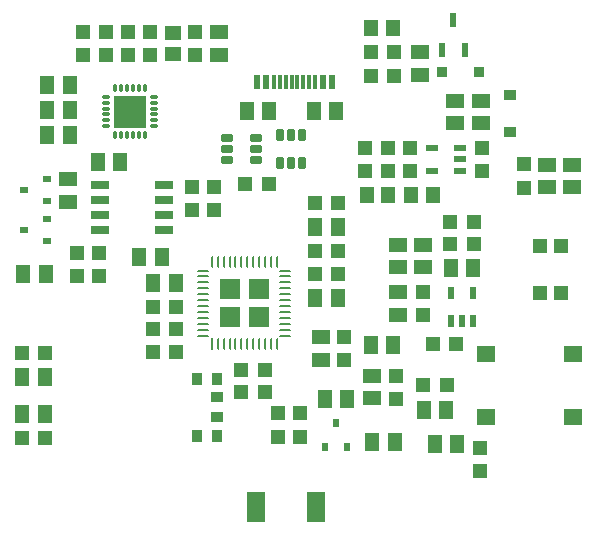
<source format=gtp>
G04*
G04 #@! TF.GenerationSoftware,Altium Limited,Altium Designer,22.7.1 (60)*
G04*
G04 Layer_Color=8421504*
%FSLAX44Y44*%
%MOMM*%
G71*
G04*
G04 #@! TF.SameCoordinates,4EDC8D64-7802-4C18-8A36-DA98FD6AFE69*
G04*
G04*
G04 #@! TF.FilePolarity,Positive*
G04*
G01*
G75*
%ADD18R,1.7393X1.7393*%
%ADD19R,1.7393X1.7393*%
G04:AMPARAMS|DCode=20|XSize=0.2425mm|YSize=0.9853mm|CornerRadius=0.1212mm|HoleSize=0mm|Usage=FLASHONLY|Rotation=90.000|XOffset=0mm|YOffset=0mm|HoleType=Round|Shape=RoundedRectangle|*
%AMROUNDEDRECTD20*
21,1,0.2425,0.7428,0,0,90.0*
21,1,0.0000,0.9853,0,0,90.0*
1,1,0.2425,0.3714,0.0000*
1,1,0.2425,0.3714,0.0000*
1,1,0.2425,-0.3714,0.0000*
1,1,0.2425,-0.3714,0.0000*
%
%ADD20ROUNDEDRECTD20*%
G04:AMPARAMS|DCode=21|XSize=0.9853mm|YSize=0.2425mm|CornerRadius=0.1212mm|HoleSize=0mm|Usage=FLASHONLY|Rotation=90.000|XOffset=0mm|YOffset=0mm|HoleType=Round|Shape=RoundedRectangle|*
%AMROUNDEDRECTD21*
21,1,0.9853,0.0000,0,0,90.0*
21,1,0.7428,0.2425,0,0,90.0*
1,1,0.2425,0.0000,0.3714*
1,1,0.2425,0.0000,-0.3714*
1,1,0.2425,0.0000,-0.3714*
1,1,0.2425,0.0000,0.3714*
%
%ADD21ROUNDEDRECTD21*%
%ADD22R,0.2425X0.9853*%
%ADD23R,1.5000X0.6500*%
%ADD24R,1.2700X1.2700*%
%ADD25R,1.3000X1.5000*%
%ADD26R,1.4000X1.2000*%
%ADD27R,1.5000X1.3000*%
%ADD28R,0.8000X0.6000*%
%ADD29R,1.2700X1.2700*%
%ADD30R,1.5000X1.4000*%
%ADD31R,0.6000X1.1000*%
%ADD32R,0.9000X0.9500*%
%ADD33R,1.2000X1.4000*%
%ADD34R,0.6000X1.2000*%
G04:AMPARAMS|DCode=35|XSize=0.6mm|YSize=1.1mm|CornerRadius=0.15mm|HoleSize=0mm|Usage=FLASHONLY|Rotation=90.000|XOffset=0mm|YOffset=0mm|HoleType=Round|Shape=RoundedRectangle|*
%AMROUNDEDRECTD35*
21,1,0.6000,0.8000,0,0,90.0*
21,1,0.3000,1.1000,0,0,90.0*
1,1,0.3000,0.4000,0.1500*
1,1,0.3000,0.4000,-0.1500*
1,1,0.3000,-0.4000,-0.1500*
1,1,0.3000,-0.4000,0.1500*
%
%ADD35ROUNDEDRECTD35*%
G04:AMPARAMS|DCode=36|XSize=0.6mm|YSize=1.1mm|CornerRadius=0.15mm|HoleSize=0mm|Usage=FLASHONLY|Rotation=0.000|XOffset=0mm|YOffset=0mm|HoleType=Round|Shape=RoundedRectangle|*
%AMROUNDEDRECTD36*
21,1,0.6000,0.8000,0,0,0.0*
21,1,0.3000,1.1000,0,0,0.0*
1,1,0.3000,0.1500,-0.4000*
1,1,0.3000,-0.1500,-0.4000*
1,1,0.3000,-0.1500,0.4000*
1,1,0.3000,0.1500,0.4000*
%
%ADD36ROUNDEDRECTD36*%
%ADD37R,0.9000X1.0000*%
%ADD38R,1.0000X0.9000*%
%ADD39R,1.1000X0.6000*%
%ADD40R,1.5000X2.6000*%
%ADD41O,0.2800X0.7500*%
%ADD42O,0.7500X0.2800*%
%ADD43R,2.8000X2.8000*%
%ADD44R,0.3000X1.1500*%
%ADD45R,0.6000X1.1500*%
%ADD46R,1.0500X0.9500*%
%ADD47R,1.2000X1.2000*%
%ADD48R,0.6000X0.8000*%
D18*
X-30435Y-21569D02*
D03*
X-54565Y-45700D02*
D03*
D19*
X-30435Y-45700D02*
D03*
X-54565Y-21569D02*
D03*
D20*
X-77134Y-61134D02*
D03*
Y-56134D02*
D03*
Y-51134D02*
D03*
Y-46134D02*
D03*
Y-41134D02*
D03*
Y-36134D02*
D03*
Y-31134D02*
D03*
Y-26134D02*
D03*
Y-21134D02*
D03*
Y-16134D02*
D03*
Y-11134D02*
D03*
Y-6134D02*
D03*
X-7866D02*
D03*
Y-11134D02*
D03*
Y-16134D02*
D03*
Y-21134D02*
D03*
Y-26134D02*
D03*
Y-36134D02*
D03*
Y-41134D02*
D03*
Y-46134D02*
D03*
Y-51134D02*
D03*
Y-56134D02*
D03*
Y-61134D02*
D03*
Y-31134D02*
D03*
D21*
X-65000Y1000D02*
D03*
X-60000D02*
D03*
X-55000D02*
D03*
X-50000D02*
D03*
X-45000D02*
D03*
X-40000D02*
D03*
X-35000D02*
D03*
X-30000D02*
D03*
X-25000D02*
D03*
X-20000D02*
D03*
X-15000D02*
D03*
Y-68268D02*
D03*
X-20000D02*
D03*
X-25000D02*
D03*
X-30000D02*
D03*
X-35000D02*
D03*
X-40000D02*
D03*
X-45000D02*
D03*
X-50000D02*
D03*
X-55000D02*
D03*
X-60000D02*
D03*
X-65000D02*
D03*
X-70000Y1000D02*
D03*
D22*
Y-68268D02*
D03*
D23*
X-164308Y28000D02*
D03*
Y40700D02*
D03*
Y53400D02*
D03*
Y66100D02*
D03*
X-110308D02*
D03*
Y53400D02*
D03*
Y40700D02*
D03*
Y28000D02*
D03*
D24*
X4999Y-126999D02*
D03*
Y-146999D02*
D03*
X156999Y-175999D02*
D03*
Y-155999D02*
D03*
X-159999Y175999D02*
D03*
Y195999D02*
D03*
X85999Y-94999D02*
D03*
Y-114999D02*
D03*
X-86999Y44999D02*
D03*
Y64999D02*
D03*
X-184309Y9001D02*
D03*
Y-10999D02*
D03*
X-165309Y9001D02*
D03*
Y-10999D02*
D03*
X109001Y-44001D02*
D03*
Y-24001D02*
D03*
X-83999Y175999D02*
D03*
Y195999D02*
D03*
X60001Y77999D02*
D03*
Y97999D02*
D03*
X79001Y77999D02*
D03*
Y97999D02*
D03*
X83999Y179001D02*
D03*
Y159001D02*
D03*
X64999Y179001D02*
D03*
Y159001D02*
D03*
X-140999Y175999D02*
D03*
Y195999D02*
D03*
X-121999D02*
D03*
Y175999D02*
D03*
X-14001Y-126999D02*
D03*
Y-146999D02*
D03*
X194001Y63999D02*
D03*
Y83999D02*
D03*
X-178999Y175999D02*
D03*
Y195999D02*
D03*
X-67999Y44999D02*
D03*
Y64999D02*
D03*
X41999Y-61999D02*
D03*
Y-81999D02*
D03*
X98001Y97999D02*
D03*
Y77999D02*
D03*
X158999Y78001D02*
D03*
Y98001D02*
D03*
D25*
X44501Y-114999D02*
D03*
X25501D02*
D03*
X66000Y-151000D02*
D03*
X85000D02*
D03*
X-229501Y-9001D02*
D03*
X-210501D02*
D03*
X-190499Y109001D02*
D03*
X-209499D02*
D03*
X-166501Y85999D02*
D03*
X-147501D02*
D03*
X-190499Y151001D02*
D03*
X-209499D02*
D03*
X-190499Y130001D02*
D03*
X-209499D02*
D03*
X17499Y30999D02*
D03*
X36499D02*
D03*
X-230501Y-96001D02*
D03*
X-211501D02*
D03*
X-230501Y-128001D02*
D03*
X-211501D02*
D03*
X-131499Y5001D02*
D03*
X-112499D02*
D03*
X17501Y-28999D02*
D03*
X36501D02*
D03*
X109499Y-124001D02*
D03*
X128499D02*
D03*
X-119499Y-16999D02*
D03*
X-100499D02*
D03*
X35499Y128999D02*
D03*
X16499D02*
D03*
X64499Y-69001D02*
D03*
X83499D02*
D03*
X-40499Y129001D02*
D03*
X-21499D02*
D03*
X132501Y-3999D02*
D03*
X151501D02*
D03*
X118499Y-153001D02*
D03*
X137499D02*
D03*
D26*
X-103000Y195000D02*
D03*
Y177000D02*
D03*
D27*
X-192000Y52000D02*
D03*
Y71000D02*
D03*
X21999Y-62499D02*
D03*
Y-81499D02*
D03*
X88001Y-24501D02*
D03*
Y-43501D02*
D03*
X135999Y118501D02*
D03*
Y137501D02*
D03*
X158001Y137499D02*
D03*
Y118499D02*
D03*
X66000Y-114000D02*
D03*
Y-95000D02*
D03*
X-63999Y195499D02*
D03*
Y176499D02*
D03*
X235001Y83499D02*
D03*
X213999Y83501D02*
D03*
Y64501D02*
D03*
X235001Y64499D02*
D03*
X109001Y15499D02*
D03*
Y-3501D02*
D03*
X88001Y15499D02*
D03*
Y-3501D02*
D03*
X106001Y178499D02*
D03*
Y159499D02*
D03*
D28*
X-229435Y28219D02*
D03*
X-209235Y18719D02*
D03*
Y37719D02*
D03*
X-229435Y62219D02*
D03*
X-209235Y52719D02*
D03*
Y71719D02*
D03*
D29*
X36999Y50999D02*
D03*
X16999D02*
D03*
X-211001Y-76001D02*
D03*
X-231001D02*
D03*
X128999Y-103001D02*
D03*
X108999D02*
D03*
X37001Y-8999D02*
D03*
X17001D02*
D03*
X37001Y10001D02*
D03*
X17001D02*
D03*
X152001Y16001D02*
D03*
X132001D02*
D03*
X-41999Y67001D02*
D03*
X-21999D02*
D03*
X-231001Y-148001D02*
D03*
X-211001D02*
D03*
X-99999Y-55999D02*
D03*
X-119999D02*
D03*
X-99999Y-74999D02*
D03*
X-119999D02*
D03*
X-99999Y-36999D02*
D03*
X-119999D02*
D03*
X-45001Y-109001D02*
D03*
X-25001D02*
D03*
X-45001Y-90001D02*
D03*
X-25001D02*
D03*
X117001Y-67999D02*
D03*
X137001D02*
D03*
X132001Y35001D02*
D03*
X152001D02*
D03*
D30*
X236100Y-77000D02*
D03*
X162440D02*
D03*
X236100Y-130000D02*
D03*
X162440D02*
D03*
D31*
X132500Y-25000D02*
D03*
X151500D02*
D03*
Y-49000D02*
D03*
X142000D02*
D03*
X132500D02*
D03*
D32*
X156000Y162000D02*
D03*
X124500Y162000D02*
D03*
D33*
X61000Y58000D02*
D03*
X79000D02*
D03*
X99000D02*
D03*
X117000D02*
D03*
X83000Y199000D02*
D03*
X65000D02*
D03*
D34*
X134500Y206000D02*
D03*
X144000Y181000D02*
D03*
X125000D02*
D03*
D35*
X-57000Y106500D02*
D03*
Y97000D02*
D03*
Y87500D02*
D03*
X-33000D02*
D03*
Y97000D02*
D03*
Y106500D02*
D03*
D36*
X-3000Y85000D02*
D03*
X6500D02*
D03*
X-12500D02*
D03*
Y109000D02*
D03*
X6500D02*
D03*
X-3000D02*
D03*
D37*
X-65500Y-98000D02*
D03*
X-82500D02*
D03*
X-65500Y-146000D02*
D03*
X-82500D02*
D03*
D38*
X-66000Y-130500D02*
D03*
Y-113500D02*
D03*
D39*
X116000Y78500D02*
D03*
Y97500D02*
D03*
X140000D02*
D03*
Y88000D02*
D03*
Y78500D02*
D03*
D40*
X17976Y-206254D02*
D03*
X-33024D02*
D03*
D41*
X-151750Y148750D02*
D03*
X-141750D02*
D03*
X-146750D02*
D03*
X-136750D02*
D03*
Y108250D02*
D03*
X-131750D02*
D03*
X-146750D02*
D03*
X-151750D02*
D03*
X-141750D02*
D03*
X-126750Y148750D02*
D03*
X-131750D02*
D03*
X-126750Y108250D02*
D03*
D42*
X-159500Y141000D02*
D03*
Y131000D02*
D03*
Y126000D02*
D03*
Y136000D02*
D03*
Y121000D02*
D03*
Y116000D02*
D03*
X-119000Y141000D02*
D03*
Y131000D02*
D03*
Y126000D02*
D03*
Y136000D02*
D03*
Y121000D02*
D03*
Y116000D02*
D03*
D43*
X-139250Y128500D02*
D03*
D44*
X17498Y153154D02*
D03*
X12498D02*
D03*
X7498D02*
D03*
X-17502D02*
D03*
X-12502D02*
D03*
X-7502D02*
D03*
X2498D02*
D03*
X-2502D02*
D03*
D45*
X-24002D02*
D03*
X23998D02*
D03*
X-32002D02*
D03*
X31998D02*
D03*
D46*
X182000Y142750D02*
D03*
Y111250D02*
D03*
D47*
X208110Y-24999D02*
D03*
X225890D02*
D03*
X225890Y15001D02*
D03*
X208110D02*
D03*
D48*
X35000Y-135000D02*
D03*
X25500Y-155200D02*
D03*
X44500D02*
D03*
M02*

</source>
